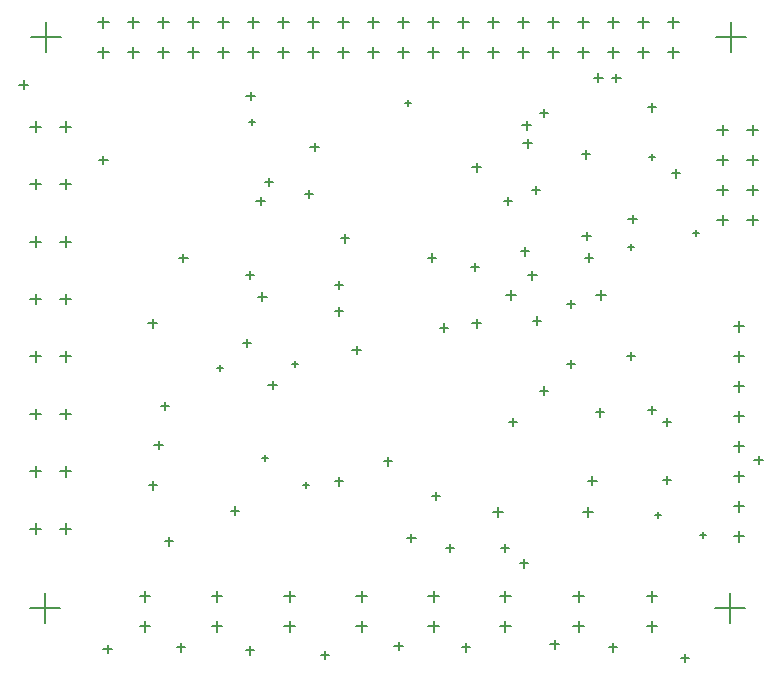
<source format=gbr>
G04*
G04 #@! TF.GenerationSoftware,Altium Limited,Altium Designer,23.2.1 (34)*
G04*
G04 Layer_Color=128*
%FSLAX25Y25*%
%MOIN*%
G70*
G04*
G04 #@! TF.SameCoordinates,168D8CC4-6B96-4916-8BE8-BBD7D9E71175*
G04*
G04*
G04 #@! TF.FilePolarity,Positive*
G04*
G01*
G75*
%ADD12C,0.00500*%
D12*
X242228Y224500D02*
X245772D01*
X244000Y222728D02*
Y226272D01*
X225801Y250320D02*
X229345D01*
X227573Y248548D02*
Y252091D01*
X175802Y260320D02*
X179345D01*
X177573Y258548D02*
Y262091D01*
X195801Y260320D02*
X199345D01*
X197573Y258548D02*
Y262091D01*
X155801Y250320D02*
X159345D01*
X157573Y248548D02*
Y252091D01*
X125802Y260320D02*
X129345D01*
X127573Y258548D02*
Y262091D01*
X95802Y260320D02*
X99345D01*
X97573Y258548D02*
Y262091D01*
X55801Y260320D02*
X59345D01*
X57573Y258548D02*
Y262091D01*
X75801Y250320D02*
X79345D01*
X77573Y248548D02*
Y252091D01*
X13299Y206408D02*
X16843D01*
X15071Y204636D02*
Y208179D01*
X13299Y187265D02*
X16843D01*
X15071Y185493D02*
Y189037D01*
X13299Y225551D02*
X16843D01*
X15071Y223779D02*
Y227322D01*
X13299Y168122D02*
X16843D01*
X15071Y166350D02*
Y169894D01*
X13299Y110694D02*
X16843D01*
X15071Y108922D02*
Y112465D01*
X13299Y148979D02*
X16843D01*
X15071Y147207D02*
Y150751D01*
X13299Y129836D02*
X16843D01*
X15071Y128065D02*
Y131608D01*
X13299Y91551D02*
X16843D01*
X15071Y89779D02*
Y93322D01*
X35802Y250320D02*
X39345D01*
X37573Y248548D02*
Y252091D01*
X35802Y260320D02*
X39345D01*
X37573Y258548D02*
Y262091D01*
X45801Y250320D02*
X49345D01*
X47573Y248548D02*
Y252091D01*
X45801Y260320D02*
X49345D01*
X47573Y258548D02*
Y262091D01*
X55801Y250320D02*
X59345D01*
X57573Y248548D02*
Y252091D01*
X65802Y250320D02*
X69345D01*
X67573Y248548D02*
Y252091D01*
X65802Y260320D02*
X69345D01*
X67573Y258548D02*
Y262091D01*
X75801Y260320D02*
X79345D01*
X77573Y258548D02*
Y262091D01*
X85802Y250320D02*
X89345D01*
X87573Y248548D02*
Y252091D01*
X85802Y260320D02*
X89345D01*
X87573Y258548D02*
Y262091D01*
X95802Y250320D02*
X99345D01*
X97573Y248548D02*
Y252091D01*
X105801Y250320D02*
X109345D01*
X107573Y248548D02*
Y252091D01*
X105801Y260320D02*
X109345D01*
X107573Y258548D02*
Y262091D01*
X115802Y250320D02*
X119345D01*
X117573Y248548D02*
Y252091D01*
X115802Y260320D02*
X119345D01*
X117573Y258548D02*
Y262091D01*
X125802Y250320D02*
X129345D01*
X127573Y248548D02*
Y252091D01*
X135801Y250320D02*
X139345D01*
X137573Y248548D02*
Y252091D01*
X135801Y260320D02*
X139345D01*
X137573Y258548D02*
Y262091D01*
X145801Y250320D02*
X149345D01*
X147573Y248548D02*
Y252091D01*
X145801Y260320D02*
X149345D01*
X147573Y258548D02*
Y262091D01*
X155801Y260320D02*
X159345D01*
X157573Y258548D02*
Y262091D01*
X165802Y250320D02*
X169345D01*
X167573Y248548D02*
Y252091D01*
X165802Y260320D02*
X169345D01*
X167573Y258548D02*
Y262091D01*
X175802Y250320D02*
X179345D01*
X177573Y248548D02*
Y252091D01*
X185801Y250320D02*
X189345D01*
X187573Y248548D02*
Y252091D01*
X185801Y260320D02*
X189345D01*
X187573Y258548D02*
Y262091D01*
X195801Y250320D02*
X199345D01*
X197573Y248548D02*
Y252091D01*
X205802Y250320D02*
X209345D01*
X207573Y248548D02*
Y252091D01*
X205802Y260320D02*
X209345D01*
X207573Y258548D02*
Y262091D01*
X215802Y250320D02*
X219345D01*
X217573Y248548D02*
Y252091D01*
X215802Y260320D02*
X219345D01*
X217573Y258548D02*
Y262091D01*
X225801Y260320D02*
X229345D01*
X227573Y258548D02*
Y262091D01*
X247728Y89000D02*
X251272D01*
X249500Y87228D02*
Y90772D01*
X247728Y99000D02*
X251272D01*
X249500Y97228D02*
Y100772D01*
X247728Y109000D02*
X251272D01*
X249500Y107228D02*
Y110772D01*
X247728Y119000D02*
X251272D01*
X249500Y117228D02*
Y120772D01*
X247728Y129000D02*
X251272D01*
X249500Y127228D02*
Y130772D01*
X247728Y139000D02*
X251272D01*
X249500Y137228D02*
Y140772D01*
X247728Y149000D02*
X251272D01*
X249500Y147228D02*
Y150772D01*
X247728Y159000D02*
X251272D01*
X249500Y157228D02*
Y160772D01*
X252228Y194500D02*
X255772D01*
X254000Y192728D02*
Y196272D01*
X242228Y194500D02*
X245772D01*
X244000Y192728D02*
Y196272D01*
X252228Y204500D02*
X255772D01*
X254000Y202728D02*
Y206272D01*
X242228Y204500D02*
X245772D01*
X244000Y202728D02*
Y206272D01*
X252228Y214500D02*
X255772D01*
X254000Y212728D02*
Y216272D01*
X242228Y214500D02*
X245772D01*
X244000Y212728D02*
Y216272D01*
X252228Y224500D02*
X255772D01*
X254000Y222728D02*
Y226272D01*
X13400Y255320D02*
X23400D01*
X18400Y250320D02*
Y260320D01*
X169803Y58988D02*
X173346D01*
X171575Y57216D02*
Y60759D01*
X169803Y68988D02*
X173346D01*
X171575Y67216D02*
Y70759D01*
X97878Y68988D02*
X101421D01*
X99650Y67216D02*
Y70759D01*
X97878Y58988D02*
X101421D01*
X99650Y57216D02*
Y60759D01*
X49728Y68988D02*
X53272D01*
X51500Y67216D02*
Y70759D01*
X49728Y58988D02*
X53272D01*
X51500Y57216D02*
Y60759D01*
X167437Y97051D02*
X170783D01*
X169110Y95377D02*
Y98724D01*
X197437Y97051D02*
X200783D01*
X199110Y95377D02*
Y98724D01*
X171827Y169500D02*
X175173D01*
X173500Y167827D02*
Y171173D01*
X201827Y169500D02*
X205173D01*
X203500Y167827D02*
Y171173D01*
X23299Y91551D02*
X26843D01*
X25071Y89779D02*
Y93322D01*
X23299Y110694D02*
X26843D01*
X25071Y108922D02*
Y112465D01*
X23299Y187265D02*
X26843D01*
X25071Y185493D02*
Y189037D01*
X218728Y68988D02*
X222272D01*
X220500Y67216D02*
Y70759D01*
X218728Y58988D02*
X222272D01*
X220500Y57216D02*
Y60759D01*
X194303Y68988D02*
X197846D01*
X196075Y67216D02*
Y70759D01*
X194303Y58988D02*
X197846D01*
X196075Y57216D02*
Y60759D01*
X145878Y68988D02*
X149421D01*
X147650Y67216D02*
Y70759D01*
X145878Y58988D02*
X149421D01*
X147650Y57216D02*
Y60759D01*
X121878Y68988D02*
X125421D01*
X123650Y67216D02*
Y70759D01*
X121878Y58988D02*
X125421D01*
X123650Y57216D02*
Y60759D01*
X73728Y68988D02*
X77272D01*
X75500Y67216D02*
Y70759D01*
X73728Y58988D02*
X77272D01*
X75500Y57216D02*
Y60759D01*
X23299Y129836D02*
X26843D01*
X25071Y128065D02*
Y131608D01*
X23299Y148979D02*
X26843D01*
X25071Y147207D02*
Y150751D01*
X23299Y206408D02*
X26843D01*
X25071Y204636D02*
Y208179D01*
X23299Y225551D02*
X26843D01*
X25071Y223779D02*
Y227322D01*
X23299Y168122D02*
X26843D01*
X25071Y166350D02*
Y169894D01*
X241746Y255320D02*
X251746D01*
X246746Y250320D02*
Y260320D01*
X241500Y65051D02*
X251500D01*
X246500Y60051D02*
Y70051D01*
X13154Y65051D02*
X23154D01*
X18154Y60051D02*
Y70051D01*
X110100Y49500D02*
X112900D01*
X111500Y48100D02*
Y50900D01*
X212500Y185500D02*
X214500D01*
X213500Y184500D02*
Y186500D01*
X219500Y215500D02*
X221500D01*
X220500Y214500D02*
Y216500D01*
X234035Y190091D02*
X236035D01*
X235035Y189091D02*
Y191091D01*
X100500Y146500D02*
X102500D01*
X101500Y145500D02*
Y147500D01*
X75500Y145000D02*
X77500D01*
X76500Y144000D02*
Y146000D01*
X86000Y227000D02*
X88000D01*
X87000Y226000D02*
Y228000D01*
X221500Y96000D02*
X223500D01*
X222500Y95000D02*
Y97000D01*
X138000Y233500D02*
X140000D01*
X139000Y232500D02*
Y234500D01*
X104000Y106000D02*
X106000D01*
X105000Y105000D02*
Y107000D01*
X236500Y89500D02*
X238500D01*
X237500Y88500D02*
Y90500D01*
X90500Y115000D02*
X92500D01*
X91500Y114000D02*
Y116000D01*
X92600Y139500D02*
X95400D01*
X94000Y138100D02*
Y140900D01*
X177600Y220000D02*
X180400D01*
X179000Y218600D02*
Y221400D01*
X227100Y210000D02*
X229900D01*
X228500Y208600D02*
Y211400D01*
X88602Y200800D02*
X91402D01*
X90002Y199400D02*
Y202200D01*
X52600Y160000D02*
X55400D01*
X54000Y158600D02*
Y161400D01*
X180651Y160905D02*
X183451D01*
X182051Y159505D02*
Y162305D01*
X84147Y153441D02*
X86947D01*
X85547Y152041D02*
Y154841D01*
X160600Y160000D02*
X163400D01*
X162000Y158600D02*
Y161400D01*
X180372Y204500D02*
X183172D01*
X181772Y203100D02*
Y205900D01*
X36200Y214500D02*
X39000D01*
X37600Y213100D02*
Y215900D01*
X9600Y239600D02*
X12400D01*
X11000Y238200D02*
Y241000D01*
X160600Y212000D02*
X163400D01*
X162000Y210600D02*
Y213400D01*
X52769Y105980D02*
X55569D01*
X54169Y104580D02*
Y107380D01*
X80171Y97598D02*
X82971D01*
X81571Y96198D02*
Y98998D01*
X56808Y132480D02*
X59608D01*
X58208Y131080D02*
Y133880D01*
X85171Y176169D02*
X87971D01*
X86571Y174769D02*
Y177569D01*
X219100Y131122D02*
X221900D01*
X220500Y129722D02*
Y132522D01*
X183100Y230181D02*
X185900D01*
X184500Y228781D02*
Y231581D01*
X177285Y226000D02*
X180085D01*
X178685Y224600D02*
Y227400D01*
X85279Y235779D02*
X88079D01*
X86679Y234379D02*
Y237179D01*
X207200Y241800D02*
X210000D01*
X208600Y240400D02*
Y243200D01*
X212600Y194800D02*
X215400D01*
X214000Y193400D02*
Y196200D01*
X219100Y232000D02*
X221900D01*
X220500Y230600D02*
Y233400D01*
X120600Y151161D02*
X123400D01*
X122000Y149761D02*
Y152561D01*
X224100Y107700D02*
X226900D01*
X225500Y106300D02*
Y109100D01*
X224100Y127100D02*
X226900D01*
X225500Y125700D02*
Y128500D01*
X176320Y80000D02*
X179120D01*
X177720Y78600D02*
Y81400D01*
X254600Y114500D02*
X257400D01*
X256000Y113100D02*
Y115900D01*
X149700Y158600D02*
X152500D01*
X151100Y157200D02*
Y160000D01*
X186600Y53000D02*
X189400D01*
X188000Y51600D02*
Y54400D01*
X157100Y52000D02*
X159900D01*
X158500Y50600D02*
Y53400D01*
X85100Y51000D02*
X87900D01*
X86500Y49600D02*
Y52400D01*
X134600Y52500D02*
X137400D01*
X136000Y51100D02*
Y53900D01*
X192100Y166500D02*
X194900D01*
X193500Y165100D02*
Y167900D01*
X198100Y181900D02*
X200900D01*
X199500Y180500D02*
Y183300D01*
X212100Y149206D02*
X214900D01*
X213500Y147806D02*
Y150606D01*
X89200Y168900D02*
X92000D01*
X90600Y167500D02*
Y170300D01*
X91400Y207100D02*
X94200D01*
X92800Y205700D02*
Y208500D01*
X54600Y119500D02*
X57400D01*
X56000Y118100D02*
Y120900D01*
X58100Y87300D02*
X60900D01*
X59500Y85900D02*
Y88700D01*
X138900Y88400D02*
X141700D01*
X140300Y87000D02*
Y89800D01*
X147100Y102400D02*
X149900D01*
X148500Y101000D02*
Y103800D01*
X206100Y52000D02*
X208900D01*
X207500Y50600D02*
Y53400D01*
X171000Y200800D02*
X173800D01*
X172400Y199400D02*
Y202200D01*
X62900Y181800D02*
X65700D01*
X64300Y180400D02*
Y183200D01*
X114700Y107300D02*
X117500D01*
X116100Y105900D02*
Y108700D01*
X114700Y164000D02*
X117500D01*
X116100Y162600D02*
Y165400D01*
X37600Y51500D02*
X40400D01*
X39000Y50100D02*
Y52900D01*
X62100Y52000D02*
X64900D01*
X63500Y50600D02*
Y53400D01*
X230100Y48500D02*
X232900D01*
X231500Y47100D02*
Y49900D01*
X106600Y218716D02*
X109400D01*
X108000Y217316D02*
Y220116D01*
X104700Y203100D02*
X107500D01*
X106100Y201700D02*
Y204500D01*
X151800Y85039D02*
X154600D01*
X153200Y83639D02*
Y86439D01*
X131100Y114000D02*
X133900D01*
X132500Y112600D02*
Y115400D01*
X170000Y85039D02*
X172800D01*
X171400Y83639D02*
Y86439D01*
X172700Y127100D02*
X175500D01*
X174100Y125700D02*
Y128500D01*
X183100Y137600D02*
X185900D01*
X184500Y136200D02*
Y139000D01*
X192000Y146500D02*
X194800D01*
X193400Y145100D02*
Y147900D01*
X145800Y181900D02*
X148600D01*
X147200Y180500D02*
Y183300D01*
X160100Y178800D02*
X162900D01*
X161500Y177400D02*
Y180200D01*
X176800Y184000D02*
X179600D01*
X178200Y182600D02*
Y185400D01*
X179200Y176000D02*
X182000D01*
X180600Y174600D02*
Y177400D01*
X116700Y188300D02*
X119500D01*
X118100Y186900D02*
Y189700D01*
X114700Y172700D02*
X117500D01*
X116100Y171300D02*
Y174100D01*
X197122Y216322D02*
X199922D01*
X198522Y214922D02*
Y217722D01*
X197300Y189100D02*
X200100D01*
X198700Y187700D02*
Y190500D01*
X199240Y107623D02*
X202040D01*
X200640Y106223D02*
Y109023D01*
X201800Y130300D02*
X204600D01*
X203200Y128900D02*
Y131700D01*
X201200Y241900D02*
X204000D01*
X202600Y240500D02*
Y243300D01*
M02*

</source>
